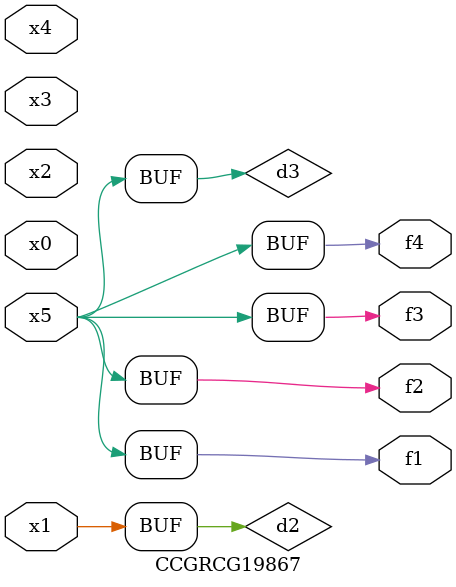
<source format=v>
module CCGRCG19867(
	input x0, x1, x2, x3, x4, x5,
	output f1, f2, f3, f4
);

	wire d1, d2, d3;

	not (d1, x5);
	or (d2, x1);
	xnor (d3, d1);
	assign f1 = d3;
	assign f2 = d3;
	assign f3 = d3;
	assign f4 = d3;
endmodule

</source>
